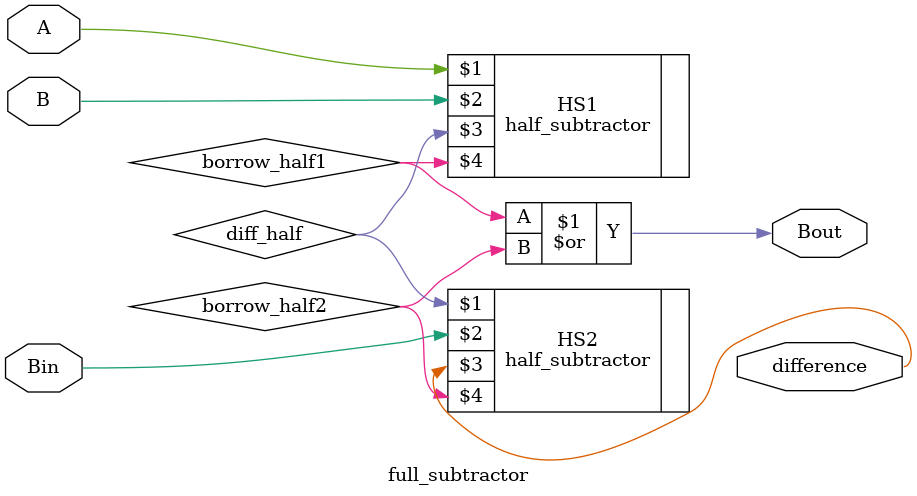
<source format=v>
module full_subtractor (
    input A,
    input B,
    input Bin,   // Borrow input
    output difference,
    output Bout  // Borrow output
);

    wire diff_half, borrow_half1, borrow_half2;
    
    half_subtractor HS1(A, B, diff_half, borrow_half1);
    half_subtractor HS2(diff_half, Bin, difference, borrow_half2);
    assign Bout = borrow_half1 | borrow_half2;

endmodule
</source>
